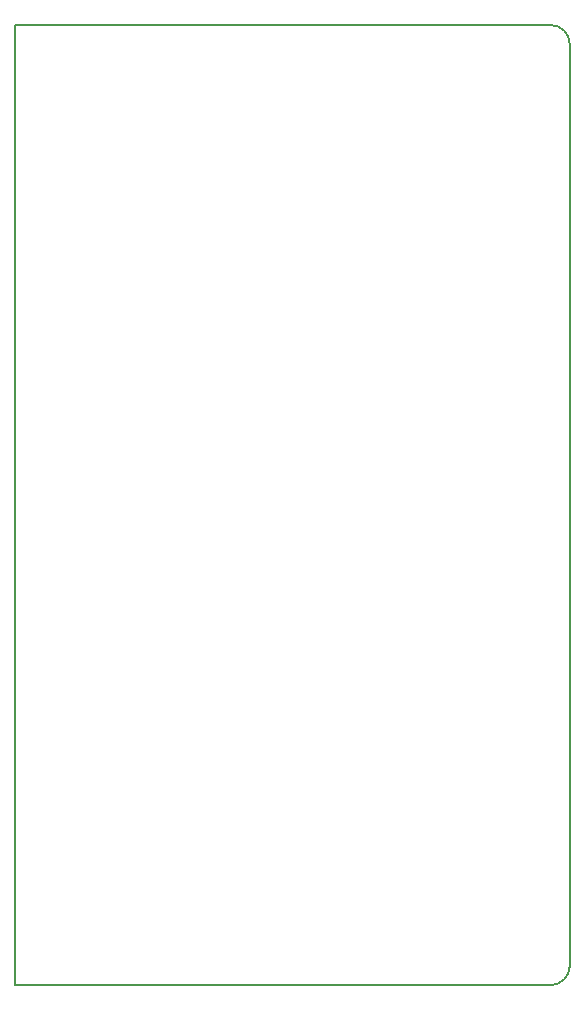
<source format=gbr>
G04 DipTrace 3.3.1.3*
G04 BoardOutline.gbr*
%MOMM*%
G04 #@! TF.FileFunction,Profile*
G04 #@! TF.Part,Single*
%ADD11C,0.14*%
%FSLAX35Y35*%
G04*
G71*
G90*
G75*
G01*
G04 BoardOutline*
%LPD*%
X1000000Y9128000D2*
D11*
Y1000000D1*
X5540250D1*
G03X5699000Y1158750I-3593J162343D01*
G01*
Y8969250D1*
G03X5540250Y9128000I-157439J1311D01*
G01*
X1000000D1*
M02*

</source>
